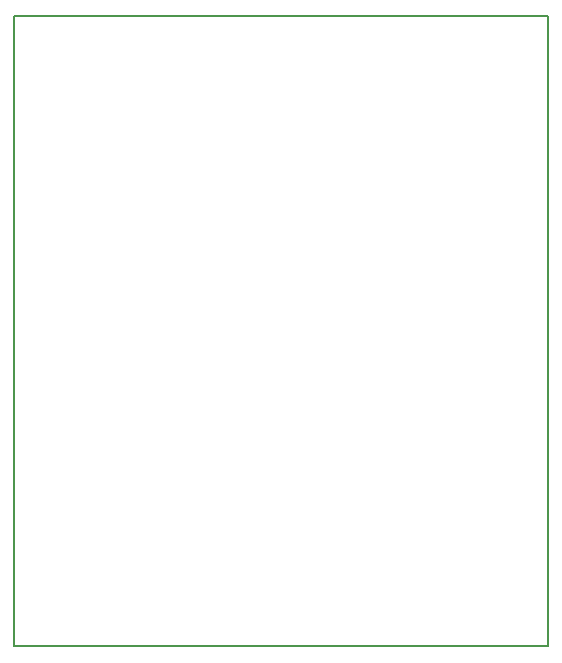
<source format=gbr>
G04 #@! TF.GenerationSoftware,KiCad,Pcbnew,(2017-02-16 revision ccbdb41)-makepkg*
G04 #@! TF.CreationDate,2017-02-23T14:10:58+01:00*
G04 #@! TF.ProjectId,Kicad,4B696361642E6B696361645F70636200,rev?*
G04 #@! TF.FileFunction,Profile,NP*
%FSLAX46Y46*%
G04 Gerber Fmt 4.6, Leading zero omitted, Abs format (unit mm)*
G04 Created by KiCad (PCBNEW (2017-02-16 revision ccbdb41)-makepkg) date 02/23/17 14:10:58*
%MOMM*%
%LPD*%
G01*
G04 APERTURE LIST*
%ADD10C,0.100000*%
%ADD11C,0.150000*%
G04 APERTURE END LIST*
D10*
D11*
X152400000Y-79883000D02*
X153162000Y-79883000D01*
X153162000Y-133223000D02*
X152400000Y-133223000D01*
X153162000Y-79883000D02*
X153162000Y-133223000D01*
X152400000Y-133223000D02*
X108204000Y-133223000D01*
X107950000Y-133223000D02*
X108204000Y-133223000D01*
X107950000Y-79883000D02*
X107950000Y-133223000D01*
X152400000Y-79883000D02*
X107950000Y-79883000D01*
M02*

</source>
